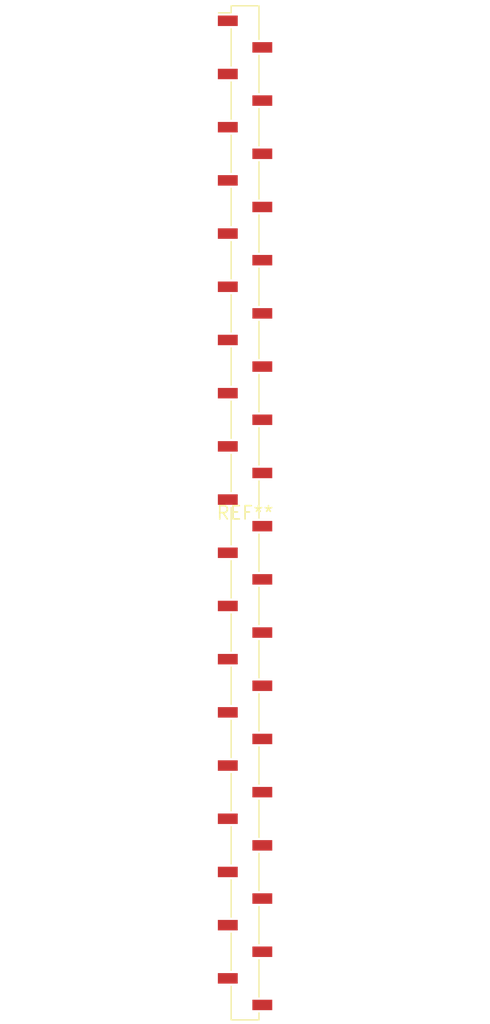
<source format=kicad_pcb>
(kicad_pcb (version 20240108) (generator pcbnew)
  (layers (0 "F.Cu" signal) (31 "B.Cu" signal) (34 "B.Paste" user) (35 "F.Paste" user) (36 "B.SilkS" user "B.Silkscreen") (37 "F.SilkS" user "F.Silkscreen") (38 "B.Mask" user) (39 "F.Mask" user) (44 "Edge.Cuts" user))
  (net 0 "")
  (footprint "PinSocket_1x38_P2.54mm_Vertical_SMD_Pin1Left" (layer "F.Cu") (at 0 0)
    (property "Reference" "REF**")
    (property "Value" "PinSocket_1x38_P2.54mm_Vertical_SMD_Pin1Left")
    (fp_line (start -2.54 -47.75) (end -1.33 -47.75) (layer "F.SilkS") (stroke (width 0.12)))
    (fp_line (start -1.33 -48.42) (end -1.33 -47.75) (layer "F.SilkS") (stroke (width 0.12)))
    (fp_line (start -1.33 -48.42) (end 1.33 -48.42) (layer "F.SilkS") (stroke (width 0.12)))
    (fp_line (start -1.33 -46.23) (end -1.33 -42.67) (layer "F.SilkS") (stroke (width 0.12)))
    (fp_line (start -1.33 -41.15) (end -1.33 -37.59) (layer "F.SilkS") (stroke (width 0.12)))
    (fp_line (start -1.33 -36.07) (end -1.33 -32.51) (layer "F.SilkS") (stroke (width 0.12)))
    (fp_line (start -1.33 -30.99) (end -1.33 -27.43) (layer "F.SilkS") (stroke (width 0.12)))
    (fp_line (start -1.33 -25.91) (end -1.33 -22.35) (layer "F.SilkS") (stroke (width 0.12)))
    (fp_line (start -1.33 -20.83) (end -1.33 -17.27) (layer "F.SilkS") (stroke (width 0.12)))
    (fp_line (start -1.33 -15.75) (end -1.33 -12.19) (layer "F.SilkS") (stroke (width 0.12)))
    (fp_line (start -1.33 -10.67) (end -1.33 -7.11) (layer "F.SilkS") (stroke (width 0.12)))
    (fp_line (start -1.33 -5.59) (end -1.33 -2.03) (layer "F.SilkS") (stroke (width 0.12)))
    (fp_line (start -1.33 -0.51) (end -1.33 3.05) (layer "F.SilkS") (stroke (width 0.12)))
    (fp_line (start -1.33 4.57) (end -1.33 8.13) (layer "F.SilkS") (stroke (width 0.12)))
    (fp_line (start -1.33 9.65) (end -1.33 13.21) (layer "F.SilkS") (stroke (width 0.12)))
    (fp_line (start -1.33 14.73) (end -1.33 18.29) (layer "F.SilkS") (stroke (width 0.12)))
    (fp_line (start -1.33 19.81) (end -1.33 23.37) (layer "F.SilkS") (stroke (width 0.12)))
    (fp_line (start -1.33 24.89) (end -1.33 28.45) (layer "F.SilkS") (stroke (width 0.12)))
    (fp_line (start -1.33 29.97) (end -1.33 33.53) (layer "F.SilkS") (stroke (width 0.12)))
    (fp_line (start -1.33 35.05) (end -1.33 38.61) (layer "F.SilkS") (stroke (width 0.12)))
    (fp_line (start -1.33 40.13) (end -1.33 43.69) (layer "F.SilkS") (stroke (width 0.12)))
    (fp_line (start -1.33 45.21) (end -1.33 48.42) (layer "F.SilkS") (stroke (width 0.12)))
    (fp_line (start -1.33 48.42) (end 1.33 48.42) (layer "F.SilkS") (stroke (width 0.12)))
    (fp_line (start 1.33 -48.42) (end 1.33 -45.21) (layer "F.SilkS") (stroke (width 0.12)))
    (fp_line (start 1.33 -43.69) (end 1.33 -40.13) (layer "F.SilkS") (stroke (width 0.12)))
    (fp_line (start 1.33 -38.61) (end 1.33 -35.05) (layer "F.SilkS") (stroke (width 0.12)))
    (fp_line (start 1.33 -33.53) (end 1.33 -29.97) (layer "F.SilkS") (stroke (width 0.12)))
    (fp_line (start 1.33 -28.45) (end 1.33 -24.89) (layer "F.SilkS") (stroke (width 0.12)))
    (fp_line (start 1.33 -23.37) (end 1.33 -19.81) (layer "F.SilkS") (stroke (width 0.12)))
    (fp_line (start 1.33 -18.29) (end 1.33 -14.73) (layer "F.SilkS") (stroke (width 0.12)))
    (fp_line (start 1.33 -13.21) (end 1.33 -9.65) (layer "F.SilkS") (stroke (width 0.12)))
    (fp_line (start 1.33 -8.13) (end 1.33 -4.57) (layer "F.SilkS") (stroke (width 0.12)))
    (fp_line (start 1.33 -3.05) (end 1.33 0.51) (layer "F.SilkS") (stroke (width 0.12)))
    (fp_line (start 1.33 2.03) (end 1.33 5.59) (layer "F.SilkS") (stroke (width 0.12)))
    (fp_line (start 1.33 7.11) (end 1.33 10.67) (layer "F.SilkS") (stroke (width 0.12)))
    (fp_line (start 1.33 12.19) (end 1.33 15.75) (layer "F.SilkS") (stroke (width 0.12)))
    (fp_line (start 1.33 17.27) (end 1.33 20.83) (layer "F.SilkS") (stroke (width 0.12)))
    (fp_line (start 1.33 22.35) (end 1.33 25.91) (layer "F.SilkS") (stroke (width 0.12)))
    (fp_line (start 1.33 27.43) (end 1.33 30.99) (layer "F.SilkS") (stroke (width 0.12)))
    (fp_line (start 1.33 32.51) (end 1.33 36.07) (layer "F.SilkS") (stroke (width 0.12)))
    (fp_line (start 1.33 37.59) (end 1.33 41.15) (layer "F.SilkS") (stroke (width 0.12)))
    (fp_line (start 1.33 42.67) (end 1.33 46.23) (layer "F.SilkS") (stroke (width 0.12)))
    (fp_line (start 1.33 47.75) (end 1.33 48.42) (layer "F.SilkS") (stroke (width 0.12)))
    (pad "1" smd rect (at -1.65 -46.99) (size 1.9 1) (layers "F.Cu" "F.Paste" "F.Mask"))
    (pad "2" smd rect (at 1.65 -44.45) (size 1.9 1) (layers "F.Cu" "F.Paste" "F.Mask"))
    (pad "3" smd rect (at -1.65 -41.91) (size 1.9 1) (layers "F.Cu" "F.Paste" "F.Mask"))
    (pad "4" smd rect (at 1.65 -39.37) (size 1.9 1) (layers "F.Cu" "F.Paste" "F.Mask"))
    (pad "5" smd rect (at -1.65 -36.83) (size 1.9 1) (layers "F.Cu" "F.Paste" "F.Mask"))
    (pad "6" smd rect (at 1.65 -34.29) (size 1.9 1) (layers "F.Cu" "F.Paste" "F.Mask"))
    (pad "7" smd rect (at -1.65 -31.75) (size 1.9 1) (layers "F.Cu" "F.Paste" "F.Mask"))
    (pad "8" smd rect (at 1.65 -29.21) (size 1.9 1) (layers "F.Cu" "F.Paste" "F.Mask"))
    (pad "9" smd rect (at -1.65 -26.67) (size 1.9 1) (layers "F.Cu" "F.Paste" "F.Mask"))
    (pad "10" smd rect (at 1.65 -24.13) (size 1.9 1) (layers "F.Cu" "F.Paste" "F.Mask"))
    (pad "11" smd rect (at -1.65 -21.59) (size 1.9 1) (layers "F.Cu" "F.Paste" "F.Mask"))
    (pad "12" smd rect (at 1.65 -19.05) (size 1.9 1) (layers "F.Cu" "F.Paste" "F.Mask"))
    (pad "13" smd rect (at -1.65 -16.51) (size 1.9 1) (layers "F.Cu" "F.Paste" "F.Mask"))
    (pad "14" smd rect (at 1.65 -13.97) (size 1.9 1) (layers "F.Cu" "F.Paste" "F.Mask"))
    (pad "15" smd rect (at -1.65 -11.43) (size 1.9 1) (layers "F.Cu" "F.Paste" "F.Mask"))
    (pad "16" smd rect (at 1.65 -8.89) (size 1.9 1) (layers "F.Cu" "F.Paste" "F.Mask"))
    (pad "17" smd rect (at -1.65 -6.35) (size 1.9 1) (layers "F.Cu" "F.Paste" "F.Mask"))
    (pad "18" smd rect (at 1.65 -3.81) (size 1.9 1) (layers "F.Cu" "F.Paste" "F.Mask"))
    (pad "19" smd rect (at -1.65 -1.27) (size 1.9 1) (layers "F.Cu" "F.Paste" "F.Mask"))
    (pad "20" smd rect (at 1.65 1.27) (size 1.9 1) (layers "F.Cu" "F.Paste" "F.Mask"))
    (pad "21" smd rect (at -1.65 3.81) (size 1.9 1) (layers "F.Cu" "F.Paste" "F.Mask"))
    (pad "22" smd rect (at 1.65 6.35) (size 1.9 1) (layers "F.Cu" "F.Paste" "F.Mask"))
    (pad "23" smd rect (at -1.65 8.89) (size 1.9 1) (layers "F.Cu" "F.Paste" "F.Mask"))
    (pad "24" smd rect (at 1.65 11.43) (size 1.9 1) (layers "F.Cu" "F.Paste" "F.Mask"))
    (pad "25" smd rect (at -1.65 13.97) (size 1.9 1) (layers "F.Cu" "F.Paste" "F.Mask"))
    (pad "26" smd rect (at 1.65 16.51) (size 1.9 1) (layers "F.Cu" "F.Paste" "F.Mask"))
    (pad "27" smd rect (at -1.65 19.05) (size 1.9 1) (layers "F.Cu" "F.Paste" "F.Mask"))
    (pad "28" smd rect (at 1.65 21.59) (size 1.9 1) (layers "F.Cu" "F.Paste" "F.Mask"))
    (pad "29" smd rect (at -1.65 24.13) (size 1.9 1) (layers "F.Cu" "F.Paste" "F.Mask"))
    (pad "30" smd rect (at 1.65 26.67) (size 1.9 1) (layers "F.Cu" "F.Paste" "F.Mask"))
    (pad "31" smd rect (at -1.65 29.21) (size 1.9 1) (layers "F.Cu" "F.Paste" "F.Mask"))
    (pad "32" smd rect (at 1.65 31.75) (size 1.9 1) (layers "F.Cu" "F.Paste" "F.Mask"))
    (pad "33" smd rect (at -1.65 34.29) (size 1.9 1) (layers "F.Cu" "F.Paste" "F.Mask"))
    (pad "34" smd rect (at 1.65 36.83) (size 1.9 1) (layers "F.Cu" "F.Paste" "F.Mask"))
    (pad "35" smd rect (at -1.65 39.37) (size 1.9 1) (layers "F.Cu" "F.Paste" "F.Mask"))
    (pad "36" smd rect (at 1.65 41.91) (size 1.9 1) (layers "F.Cu" "F.Paste" "F.Mask"))
    (pad "37" smd rect (at -1.65 44.45) (size 1.9 1) (layers "F.Cu" "F.Paste" "F.Mask"))
    (pad "38" smd rect (at 1.65 46.99) (size 1.9 1) (layers "F.Cu" "F.Paste" "F.Mask"))
  )
)
</source>
